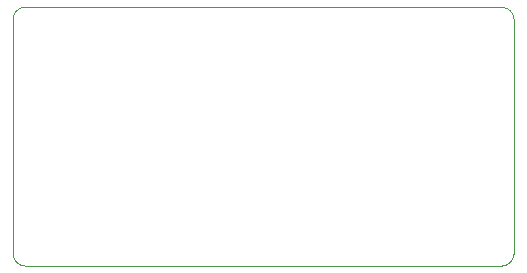
<source format=gbr>
%TF.GenerationSoftware,KiCad,Pcbnew,(6.0.6)*%
%TF.CreationDate,2022-06-26T22:04:57-07:00*%
%TF.ProjectId,KnightPCB,4b6e6967-6874-4504-9342-2e6b69636164,rev?*%
%TF.SameCoordinates,Original*%
%TF.FileFunction,Profile,NP*%
%FSLAX46Y46*%
G04 Gerber Fmt 4.6, Leading zero omitted, Abs format (unit mm)*
G04 Created by KiCad (PCBNEW (6.0.6)) date 2022-06-26 22:04:57*
%MOMM*%
%LPD*%
G01*
G04 APERTURE LIST*
%TA.AperFunction,Profile*%
%ADD10C,0.100000*%
%TD*%
G04 APERTURE END LIST*
D10*
X54200000Y-54700000D02*
G75*
G03*
X55200000Y-55700000I1000000J0D01*
G01*
X54200000Y-34800000D02*
X54200000Y-54700000D01*
X95592893Y-55700000D02*
X55200000Y-55700000D01*
X95592893Y-33807107D02*
X55200000Y-33800000D01*
X55200000Y-33800000D02*
G75*
G03*
X54200000Y-34800000I0J-1000000D01*
G01*
X96592893Y-34807107D02*
G75*
G03*
X95592893Y-33807107I-1000000J0D01*
G01*
X96592893Y-54700000D02*
X96592893Y-34807107D01*
X95592893Y-55700000D02*
G75*
G03*
X96592893Y-54700000I0J1000000D01*
G01*
M02*

</source>
